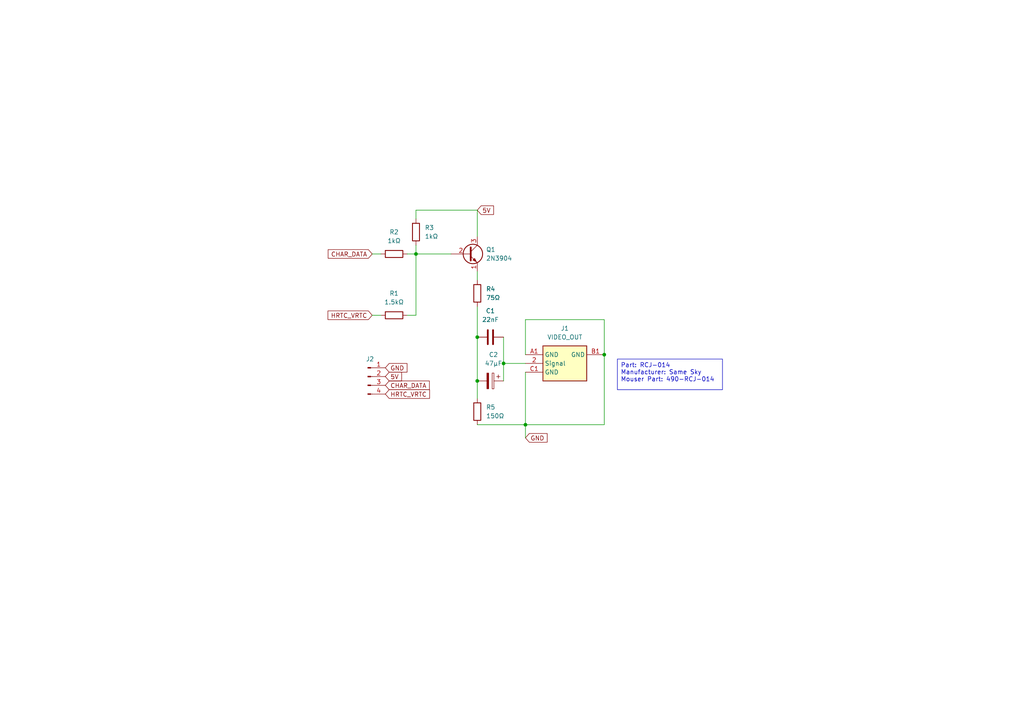
<source format=kicad_sch>
(kicad_sch (version 20231120) (generator "eeschema") (generator_version "8.0")
  (paper "A4")
  (title_block (title "РАДИО-86РК Video Output Stage") (date "23-Nov-2024") (rev "1.1-0") (comment 1 "https://github.com/0ddjob/Radio-86RK-Video-Output") (comment 2 "Brett Hallen") (comment 3 "https://github.com/skiselev/radio-86rk") (comment 4 "Original design by Sergey Kiselev"))
  (lib_symbols
    (symbol "Connector:Conn_01x04_Pin" (pin_names (offset 1.016) hide)
      (property "Reference" "J" (at 0 5.08 0))
      (property "Value" "Conn_01x04_Pin" (at 0 -7.62 0))
      (symbol "Conn_01x04_Pin_1_1"
        (polyline (pts (xy 1.27 -5.08) (xy 0.8636 -5.08)) (stroke (width 0.1524)))
        (polyline (pts (xy 1.27 -2.54) (xy 0.8636 -2.54)) (stroke (width 0.1524)))
        (polyline (pts (xy 1.27 0) (xy 0.8636 0)) (stroke (width 0.1524)))
        (polyline (pts (xy 1.27 2.54) (xy 0.8636 2.54)) (stroke (width 0.1524)))
        (rectangle (start 0.8636 -4.953) (end 0 -5.207) (stroke (width 0.1524)) (fill (type outline)))
        (rectangle (start 0.8636 -2.413) (end 0 -2.667) (stroke (width 0.1524)) (fill (type outline)))
        (rectangle (start 0.8636 0.127) (end 0 -0.127) (stroke (width 0.1524)) (fill (type outline)))
        (rectangle (start 0.8636 2.667) (end 0 2.413) (stroke (width 0.1524)) (fill (type outline)))
        (pin passive line (at 5.08 2.54 180) (length 3.81) (name "Pin_1") (number "1"))
        (pin passive line (at 5.08 0 180) (length 3.81) (name "Pin_2") (number "2"))
        (pin passive line (at 5.08 -2.54 180) (length 3.81) (name "Pin_3") (number "3"))
        (pin passive line (at 5.08 -5.08 180) (length 3.81) (name "Pin_4") (number "4"))
      )
    )
    (symbol "Device:C" (pin_numbers hide) (pin_names (offset 0.254))
      (property "Reference" "C" (at 0.635 2.54 0))
      (property "Value" "C" (at 0.635 -2.54 0))
      (symbol "C_0_1"
        (polyline (pts (xy -2.032 -0.762) (xy 2.032 -0.762)) (stroke (width 0.508)))
        (polyline (pts (xy -2.032 0.762) (xy 2.032 0.762)) (stroke (width 0.508)))
      )
      (symbol "C_1_1"
        (pin passive line (at 0 3.81 270) (length 2.794) (name "~") (number "1"))
        (pin passive line (at 0 -3.81 90) (length 2.794) (name "~") (number "2"))
      )
    )
    (symbol "Device:C_Polarized" (pin_numbers hide) (pin_names (offset 0.254))
      (property "Reference" "C" (at 0.635 2.54 0))
      (property "Value" "C_Polarized" (at 0.635 -2.54 0))
      (symbol "C_Polarized_0_1"
        (rectangle (start -2.286 -0.508) (end 2.286 -1.016) (fill (type outline)))
        (rectangle (start -2.286 0.508) (end 2.286 1.016))
        (polyline (pts (xy -1.778 2.286) (xy -0.762 2.286)))
        (polyline (pts (xy -1.27 2.794) (xy -1.27 1.778)))
      )
      (symbol "C_Polarized_1_1"
        (pin passive line (at 0 3.81 270) (length 2.794) (name "~") (number "1"))
        (pin passive line (at 0 -3.81 90) (length 2.794) (name "~") (number "2"))
      )
    )
    (symbol "Device:R" (pin_numbers hide) (pin_names (offset 0))
      (property "Reference" "R" (at 2.032 0 90))
      (property "Value" "R" (at 0 0 90))
      (symbol "R_0_1"
        (rectangle (start -1.016 -2.54) (end 1.016 2.54) (stroke (width 0.254)))
      )
      (symbol "R_1_1"
        (pin passive line (at 0 3.81 270) (length 1.27) (name "~") (number "1"))
        (pin passive line (at 0 -3.81 90) (length 1.27) (name "~") (number "2"))
      )
    )
    (symbol "Transistor_BJT:2N3904" (pin_names (offset 0) hide)
      (property "Reference" "Q" (at 5.08 1.905 0))
      (property "Value" "2N3904" (at 5.08 0 0))
      (symbol "2N3904_0_1"
        (polyline (pts (xy 0.635 0.635) (xy 2.54 2.54)))
        (polyline (pts (xy 0.635 -0.635) (xy 2.54 -2.54) (xy 2.54 -2.54)))
        (polyline (pts (xy 0.635 1.905) (xy 0.635 -1.905) (xy 0.635 -1.905)) (stroke (width 0.508)))
        (polyline (pts (xy 1.27 -1.778) (xy 1.778 -1.27) (xy 2.286 -2.286) (xy 1.27 -1.778) (xy 1.27 -1.778)) (fill (type outline)))
        (circle (center 1.27 0) (radius 2.8194) (stroke (width 0.254)))
      )
      (symbol "2N3904_1_1"
        (pin passive line (at 2.54 -5.08 90) (length 2.54) (name "E") (number "1"))
        (pin passive line (at -5.08 0 0) (length 5.715) (name "B") (number "2"))
        (pin passive line (at 2.54 5.08 270) (length 2.54) (name "C") (number "3"))
      )
    )
    (symbol "cluelessengineer:RCJ-014"
      (property "Reference" "J1" (at 11.43 7.62 0))
      (property "Value" "VIDEO_OUT" (at 11.43 5.08 0))
      (property "Footprint" "Clueless_Engineer:RCJ014" (at 19.05 -94.92 0))
      (symbol "RCJ-014_1_1"
        (rectangle (start 5.08 2.54) (end 17.78 -7.62) (stroke (width 0.254)) (fill (type background)))
        (pin passive line (at 0 -2.54 0) (length 5.08) (name "Signal") (number "2"))
        (pin passive line (at 0 0 0) (length 5.08) (name "GND") (number "A1"))
        (pin passive line (at 22.86 0 180) (length 5.08) (name "GND") (number "B1"))
        (pin passive line (at 0 -5.08 0) (length 5.08) (name "GND") (number "C1"))
      )
    )
  )
  (junction (at 138.43 110.49))
  (junction (at 138.43 97.79))
  (junction (at 146.05 105.41))
  (junction (at 120.65 73.66))
  (junction (at 152.4 123.19))
  (junction (at 175.26 102.87))
  (wire (pts (xy 138.43 123.19) (xy 152.4 123.19)))
  (wire (pts (xy 107.95 73.66) (xy 110.49 73.66)))
  (wire (pts (xy 120.65 73.66) (xy 130.81 73.66)))
  (wire (pts (xy 146.05 105.41) (xy 152.4 105.41)))
  (wire (pts (xy 120.65 73.66) (xy 118.11 73.66)))
  (wire (pts (xy 152.4 102.87) (xy 152.4 92.71)))
  (wire (pts (xy 152.4 92.71) (xy 175.26 92.71)))
  (wire (pts (xy 146.05 105.41) (xy 146.05 110.49)))
  (wire (pts (xy 152.4 123.19) (xy 152.4 127)))
  (wire (pts (xy 152.4 123.19) (xy 175.26 123.19)))
  (wire (pts (xy 146.05 97.79) (xy 146.05 105.41)))
  (wire (pts (xy 175.26 92.71) (xy 175.26 102.87)))
  (wire (pts (xy 138.43 88.9) (xy 138.43 97.79)))
  (wire (pts (xy 138.43 110.49) (xy 138.43 115.57)))
  (wire (pts (xy 107.95 91.44) (xy 110.49 91.44)))
  (wire (pts (xy 175.26 102.87) (xy 175.26 123.19)))
  (wire (pts (xy 120.65 63.5) (xy 120.65 60.96)))
  (wire (pts (xy 138.43 60.96) (xy 138.43 68.58)))
  (wire (pts (xy 152.4 107.95) (xy 152.4 123.19)))
  (wire (pts (xy 138.43 97.79) (xy 138.43 110.49)))
  (wire (pts (xy 120.65 60.96) (xy 138.43 60.96)))
  (wire (pts (xy 120.65 71.12) (xy 120.65 73.66)))
  (wire (pts (xy 118.11 91.44) (xy 120.65 91.44)))
  (wire (pts (xy 120.65 91.44) (xy 120.65 73.66)))
  (wire (pts (xy 138.43 78.74) (xy 138.43 81.28)))
  (text_box "Part: RCJ-014\nManufacturer: Same Sky\nMouser Part: 490-RCJ-014" (at 179.07 104.14 0) (size 30.48 8.89) (effects (font (size 1.27 1.27)) (justify left top)))
  (global_label "5V" (shape input) (at 138.43 60.96 0) (property "Intersheetrefs" "${INTERSHEET_REFS}" (effects (hide yes))))
  (global_label "HRTC_VRTC" (shape input) (at 107.95 91.44 180) (property "Intersheetrefs" "${INTERSHEET_REFS}" (effects (hide yes))))
  (global_label "GND" (shape input) (at 111.76 106.68 0) (property "Intersheetrefs" "${INTERSHEET_REFS}" (effects (hide yes))))
  (global_label "CHAR_DATA" (shape input) (at 107.95 73.66 180) (property "Intersheetrefs" "${INTERSHEET_REFS}" (effects (hide yes))))
  (global_label "CHAR_DATA" (shape input) (at 111.76 111.76 0) (property "Intersheetrefs" "${INTERSHEET_REFS}" (effects (hide yes))))
  (global_label "5V" (shape input) (at 111.76 109.22 0) (property "Intersheetrefs" "${INTERSHEET_REFS}" (effects (hide yes))))
  (global_label "GND" (shape input) (at 152.4 127 0) (property "Intersheetrefs" "${INTERSHEET_REFS}" (effects (hide yes))))
  (global_label "HRTC_VRTC" (shape input) (at 111.76 114.3 0) (property "Intersheetrefs" "${INTERSHEET_REFS}" (effects (hide yes))))
  (symbol (lib_id "cluelessengineer:RCJ-014") (at 152.4 102.87 0) (unit 1)
    (property "Reference" "J1" (at 163.83 95.25 0))
    (property "Value" "VIDEO_OUT" (at 163.83 97.79 0))
    (property "Footprint" "Clueless_Engineer:RCJ014" (effects (hide yes)))
    (property "Height" "12" (effects (hide yes)))
    (property "Mouser Part Number" "490-RCJ-014" (effects (hide yes)))
    (property "Mouser Price/Stock" "https://www.mouser.co.uk/ProductDetail/CUI-Devices/RCJ-014?qs=WyjlAZoYn53hpijiyk9ZIA%3D%3D" (effects (hide yes)))
    (property "Manufacturer_Name" "Same Sky" (effects (hide yes)))
    (property "Manufacturer_Part_Number" "RCJ-014" (effects (hide yes)))
  )
  (symbol (lib_id "Device:R") (at 114.3 73.66 90) (unit 1)
    (property "Reference" "R2" (at 114.3 67.31 90))
    (property "Value" "1kΩ" (at 114.3 69.85 90))
    (property "Footprint" "Resistor_THT:R_Axial_DIN0207_L6.3mm_D2.5mm_P2.54mm_Vertical" (effects (hide yes)))
  )
  (symbol (lib_id "Device:C") (at 142.24 97.79 90) (unit 1)
    (property "Reference" "C1" (at 142.24 90.17 90))
    (property "Value" "22nF" (at 142.24 92.71 90))
    (property "Footprint" "Capacitor_THT:C_Disc_D3.8mm_W2.6mm_P2.50mm" (effects (hide yes)))
  )
  (symbol (lib_id "Device:R") (at 138.43 85.09 180) (unit 1)
    (property "Reference" "R4" (at 140.97 83.82 0) (effects (justify right)))
    (property "Value" "75Ω" (at 140.97 86.36 0) (effects (justify right)))
    (property "Footprint" "Resistor_THT:R_Axial_DIN0207_L6.3mm_D2.5mm_P2.54mm_Vertical" (effects (hide yes)))
  )
  (symbol (lib_id "Connector:Conn_01x04_Pin") (at 106.68 109.22 0) (unit 1)
    (property "Reference" "J2" (at 107.315 104.14 0))
    (property "Value" "Conn_01x04_Pin" (effects (hide yes)))
    (property "Footprint" "Connector_PinHeader_2.54mm:PinHeader_1x04_P2.54mm_Vertical" (effects (hide yes)))
  )
  (symbol (lib_id "Device:R") (at 138.43 119.38 180) (unit 1)
    (property "Reference" "R5" (at 140.97 118.11 0) (effects (justify right)))
    (property "Value" "150Ω" (at 140.97 120.65 0) (effects (justify right)))
    (property "Footprint" "Resistor_THT:R_Axial_DIN0207_L6.3mm_D2.5mm_P2.54mm_Vertical" (effects (hide yes)))
  )
  (symbol (lib_id "Device:C_Polarized") (at 142.24 110.49 270) (unit 1)
    (property "Reference" "C2" (at 143.129 102.87 90))
    (property "Value" "47µF" (at 143.129 105.41 90))
    (property "Footprint" "Capacitor_THT:CP_Radial_D5.0mm_P2.50mm" (effects (hide yes)))
  )
  (symbol (lib_id "Device:R") (at 120.65 67.31 180) (unit 1)
    (property "Reference" "R3" (at 123.19 66.04 0) (effects (justify right)))
    (property "Value" "1kΩ" (at 123.19 68.58 0) (effects (justify right)))
    (property "Footprint" "Resistor_THT:R_Axial_DIN0207_L6.3mm_D2.5mm_P2.54mm_Vertical" (effects (hide yes)))
  )
  (symbol (lib_id "Transistor_BJT:2N3904") (at 135.89 73.66 0) (unit 1)
    (property "Reference" "Q1" (at 140.97 72.39 0) (effects (justify left)))
    (property "Value" "2N3904" (at 140.97 74.93 0) (effects (justify left)))
    (property "Footprint" "Package_TO_SOT_THT:TO-92_Inline" (effects (hide yes)))
    (property "Datasheet" "https://www.onsemi.com/pub/Collateral/2N3903-D.PDF" (effects (hide yes)))
  )
  (symbol (lib_id "Device:R") (at 114.3 91.44 90) (unit 1)
    (property "Reference" "R1" (at 114.3 85.09 90))
    (property "Value" "1.5kΩ" (at 114.3 87.63 90))
    (property "Footprint" "Resistor_THT:R_Axial_DIN0207_L6.3mm_D2.5mm_P2.54mm_Vertical" (effects (hide yes)))
  )
)
</source>
